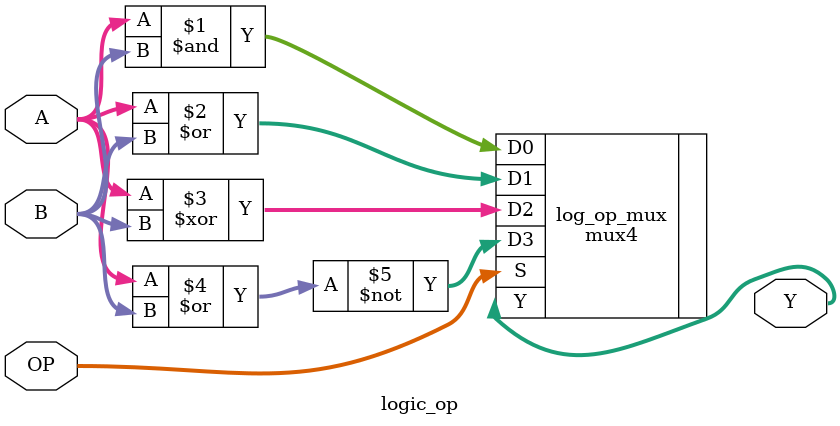
<source format=sv>
module alu( input   [4:0] ctrl,
            input  [31:0] A, 
            input  [31:0] B,
            input   [4:0] SH,
            output        OV,
            output [31:0] Y );

// ALU:
// ctrl[0] -- negate
// ctrl[1] -- select SUM(0) or SLT(1)

// LOGIC: 
// ctrl[1:0] == 2'b00 --> AND
// ctrl[1:0] == 2'b01 --> OR
// ctrl[1:0] == 2'b10 --> XOR
// ctrl[1:0] == 2'b11 --> NOR

// SHIFTER:
// ctrl[2] -- select variable (1) or immediate(0) shift
// ctrl[1:0] == 2'b00 --> left  logical
// ctrl[1:0] == 2'b01 --> right logical
// ctrl[1:0] == 2'b10 --> left  arithmetic
// ctrl[1:0] == 2'b11 --> right arithmetic

// ctrl[2] -- select logic (1) or arithmetic(0)
// ctrl[3] -- select shifter (1) or alu (0)

// ctrl[4] -- sign bit or overflow enable

logic [31:0] arith_out;
arith_op    arith_op( .OP   ( ctrl[1:0] ),
                      .SIGN (   ctrl[4] ),
                      .A    (        A  ),
                      .B    (        B  ),
                      .Y    ( arith_out ),
                      .OV   (        OV ) );

logic [31:0] logic_out;
logic_op      logic_op( .OP ( ctrl[1:0] ),
                        .A  (         A ),
                        .B  (         B ),
                        .Y  ( logic_out ));

logic [4:0] shamt; 
mux2 #(5) shift_in_mux( .S  (   ctrl[2] ),
                        .D0 (        SH ),
                        .D1 (    A[4:0] ),
                        .Y  (     shamt ));

logic [31:0] shift_out;
shifter   shifter_unit( .S  ( ctrl[1:0] ),
                        .N  (     shamt ),
                        .A  (         B ),
                        .Y  ( shift_out ));


logic [31:0] alu_out;
mux2 alu_out_mux(ctrl[2], arith_out, logic_out, alu_out );
mux2   final_mux(ctrl[3], alu_out, shift_out, Y);

endmodule

//-------------------------------------------------------------------------//
module shifter( input         [1:0] S,
                input         [4:0] N,
                input signed [31:0] A,
                output       [31:0] Y );
            
//sel[1]: 0 -- logical, 1 -- arithmetic
//sel[0]: 0 -- left,    1 --right

assign Y = S[1] ? (S[0] ? A >>> N : A <<< N) :
                  (S[0] ?  A >> N : A << N);
          
endmodule
//-------------------------------------------------------------------------//
module ov_detect( input        En,
                  input        A_sign,
                  input        B_sign,
                  input        Y_sign,
                  output       Ov );

// Overflow detection for addition
// Overflow occurs only when signs of the operands match,
// but the resulting sign differs.

logic op_ov;

always_comb
  if(A_sign == B_sign)  op_ov = A_sign ^ Y_sign;
  else                  op_ov = 1'b0;

//This ensures that overflow occurs for signed adds and subs only
assign Ov = op_ov & En;

endmodule
//-------------------------------------------------------------------------//
module arith_op( input   [1:0] OP,
                 input         SIGN,
                 input  [31:0] A,
                 input  [31:0] B,
                 output [31:0] Y,
                 output        OV );

//sign or zero-extension bits:
wire AE_bit = SIGN ? A[31] : 1'b0;
wire BE_bit = SIGN ? B[31] : 1'b0;

wire [32:0] op_A = {AE_bit, A};
wire [32:0] op_B = {BE_bit, B};

wire          Cin = OP[0]; //carry in. Equals 1 when B = NEGATE(B)
wire [32:0] op_BN = Cin ? ~op_B : op_B; //inverted or not B
wire [32:0] Sum = op_A + op_BN + Cin;

wire [31:0] Zero_extend = {31'b0, Sum[32]};

ov_detect ov_detect(SIGN & ~OP[1], op_A[31], op_BN[31], Sum[31], OV);

assign Y = OP[1] ? Zero_extend : Sum[31:0];

endmodule
//-------------------------------------------------------------------------//
module logic_op( input   [1:0] OP,
                 input  [31:0] A,
                 input  [31:0] B,
                 output [31:0] Y );

mux4 log_op_mux( .S (     OP ), 
                 .D0(  A & B ),
                 .D1(  A | B ),
                 .D2(  A ^ B ),
                 .D3(~(A | B)),
                 .Y (      Y ) );

endmodule
//-------------------------------------------------------------------------//

</source>
